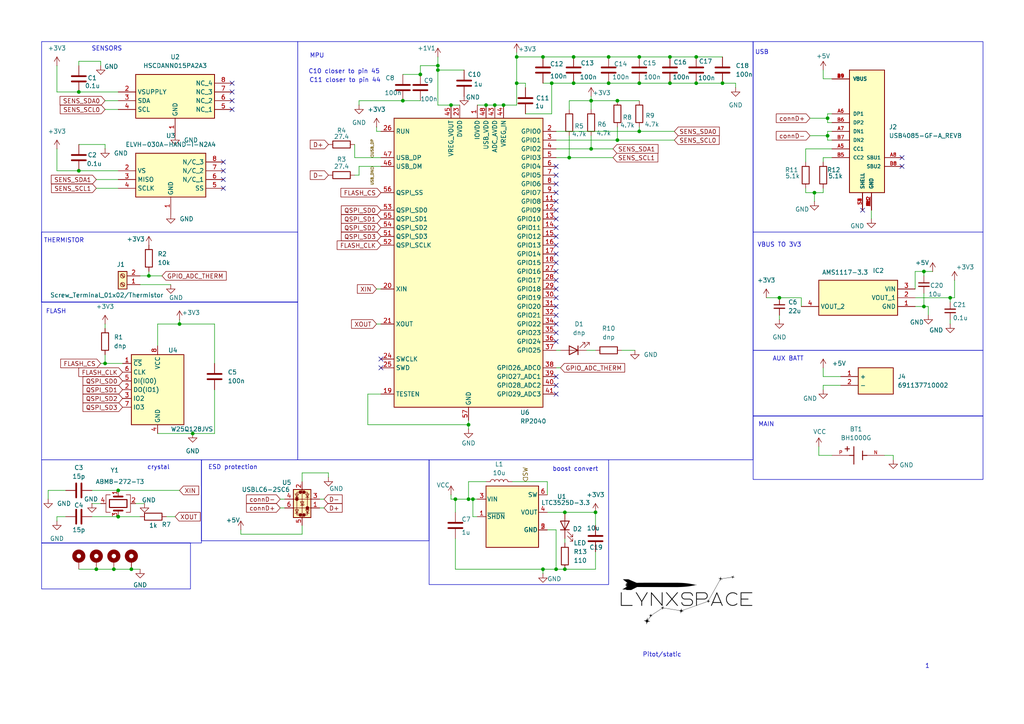
<source format=kicad_sch>
(kicad_sch (version 20250114) (generator "eeschema") (generator_version "9.0")
  (paper "A4")
  (lib_symbols
    (symbol "BH1000G:BH1000G" (pin_names (offset 1.016))
      (property "Reference" "BT" (at -3.81 3.81 0))
      (property "Value" "BH1000G" (at -3.81 -5.08 0))
      (symbol "BH1000G_0_0"
        (pin passive line (at -7.62 0 0) (length 5.08) (name "~") (number "P"))
        (pin passive line (at 7.62 0 180) (length 5.08) (name "~") (number "N"))
      )
    )
    (symbol "Connector:Screw_Terminal_01x02" (pin_names (offset 1.016) (hide yes))
      (property "Reference" "J" (at 0 2.54 0))
      (property "Value" "Screw_Terminal_01x02" (at 0 -5.08 0))
      (symbol "Screw_Terminal_01x02_1_1"
        (pin passive line (at -5.08 0 0) (length 3.81) (name "Pin_1") (number "1"))
        (pin passive line (at -5.08 -2.54 0) (length 3.81) (name "Pin_2") (number "2"))
      )
    )
    (symbol "Device:C" (pin_numbers (hide yes)) (pin_names (offset 0.254))
      (property "Reference" "C" (at 0.635 2.54 0))
      (property "Value" "C" (at 0.635 -2.54 0))
      (symbol "C_1_1"
        (pin passive line (at 0 3.81 270) (length 2.794) (name "~") (number "1"))
        (pin passive line (at 0 -3.81 90) (length 2.794) (name "~") (number "2"))
      )
    )
    (symbol "Device:C_Small" (pin_numbers (hide yes)) (pin_names (offset 0.254) (hide yes))
      (property "Reference" "C" (at 0.254 1.778 0))
      (property "Value" "C_Small" (at 0.254 -2.032 0))
      (symbol "C_Small_1_1"
        (pin passive line (at 0 2.54 270) (length 2.032) (name "~") (number "1"))
        (pin passive line (at 0 -2.54 90) (length 2.032) (name "~") (number "2"))
      )
    )
    (symbol "Device:Crystal_GND24" (pin_names (offset 1.016) (hide yes))
      (property "Reference" "Y" (at 3.175 5.08 0))
      (property "Value" "Crystal_GND24" (at 3.175 3.175 0))
      (symbol "Crystal_GND24_1_1"
        (pin passive line (at -3.81 0 0) (length 1.27) (name "1") (number "1"))
        (pin passive line (at 0 5.08 270) (length 1.27) (name "2") (number "2"))
        (pin passive line (at 0 -5.08 90) (length 1.27) (name "4") (number "4"))
        (pin passive line (at 3.81 0 180) (length 1.27) (name "3") (number "3"))
      )
    )
    (symbol "Device:L" (pin_numbers (hide yes)) (pin_names (offset 1.016) (hide yes))
      (property "Reference" "L" (at -1.27 0 90))
      (property "Value" "L" (at 1.905 0 90))
      (symbol "L_1_1"
        (pin passive line (at 0 3.81 270) (length 1.27) (name "1") (number "1"))
        (pin passive line (at 0 -3.81 90) (length 1.27) (name "2") (number "2"))
      )
    )
    (symbol "Device:LED" (pin_numbers (hide yes)) (pin_names (offset 1.016) (hide yes))
      (property "Reference" "D" (at 0 2.54 0))
      (property "Value" "LED" (at 0 -2.54 0))
      (symbol "LED_1_1"
        (pin passive line (at -3.81 0 0) (length 2.54) (name "K") (number "1"))
        (pin passive line (at 3.81 0 180) (length 2.54) (name "A") (number "2"))
      )
    )
    (symbol "Device:R" (pin_numbers (hide yes)) (pin_names (offset 0))
      (property "Reference" "R" (at 2.032 0 90))
      (property "Value" "R" (at 0 0 90))
      (symbol "R_1_1"
        (pin passive line (at 0 3.81 270) (length 1.27) (name "~") (number "1"))
        (pin passive line (at 0 -3.81 90) (length 1.27) (name "~") (number "2"))
      )
    )
    (symbol "HSCDANN015PA2A3_1"
      (property "Reference" "U2" (at 16.51 7.62 0))
      (property "Value" "HSCDANN015PA2A3" (at 16.51 5.08 0))
      (symbol "HSCDANN015PA2A3_1_1_1"
        (pin passive line (at 0 -2.54 0) (length 5.08) (name "VSUPPLY") (number "2"))
        (pin passive line (at 0 -5.08 0) (length 5.08) (name "SDA") (number "3"))
        (pin passive line (at 0 -7.62 0) (length 5.08) (name "SCL") (number "4"))
        (pin passive line (at 16.51 -15.24 90) (length 5.08) (name "GND") (number "1"))
        (pin passive line (at 33.02 0 180) (length 5.08) (name "NC_4") (number "8"))
        (pin passive line (at 33.02 -2.54 180) (length 5.08) (name "NC_3") (number "7"))
        (pin passive line (at 33.02 -5.08 180) (length 5.08) (name "NC_2") (number "6"))
        (pin passive line (at 33.02 -7.62 180) (length 5.08) (name "NC_1") (number "5"))
      )
    )
    (symbol "MCU_RaspberryPi:RP2040"
      (property "Reference" "U" (at 17.78 45.72 0))
      (property "Value" "RP2040" (at 17.78 43.18 0))
      (symbol "RP2040_1_1"
        (pin input line (at -25.4 38.1 0) (length 3.81) (name "RUN") (number "26"))
        (pin bidirectional line (at -25.4 30.48 0) (length 3.81) (name "USB_DP") (number "47"))
        (pin bidirectional line (at -25.4 27.94 0) (length 3.81) (name "USB_DM") (number "46"))
        (pin bidirectional line (at -25.4 20.32 0) (length 3.81) (name "QSPI_SS") (number "56"))
        (pin bidirectional line (at -25.4 15.24 0) (length 3.81) (name "QSPI_SD0") (number "53"))
        (pin bidirectional line (at -25.4 12.7 0) (length 3.81) (name "QSPI_SD1") (number "55"))
        (pin bidirectional line (at -25.4 10.16 0) (length 3.81) (name "QSPI_SD2") (number "54"))
        (pin bidirectional line (at -25.4 7.62 0) (length 3.81) (name "QSPI_SD3") (number "51"))
        (pin output line (at -25.4 5.08 0) (length 3.81) (name "QSPI_SCLK") (number "52"))
        (pin input line (at -25.4 -7.62 0) (length 3.81) (name "XIN") (number "20"))
        (pin passive line (at -25.4 -17.78 0) (length 3.81) (name "XOUT") (number "21"))
        (pin input line (at -25.4 -27.94 0) (length 3.81) (name "SWCLK") (number "24"))
        (pin bidirectional line (at -25.4 -30.48 0) (length 3.81) (name "SWD") (number "25"))
        (pin input line (at -25.4 -38.1 0) (length 3.81) (name "TESTEN") (number "19"))
        (pin power_out line (at -5.08 45.72 270) (length 3.81) (name "VREG_VOUT") (number "45"))
        (pin power_in line (at -2.54 45.72 270) (length 3.81) (name "DVDD") (number "23"))
        (pin passive line (at -2.54 45.72 270) (length 3.81) (hide yes) (name "DVDD") (number "50"))
        (pin power_in line (at 0 -45.72 90) (length 3.81) (name "GND") (number "57"))
        (pin power_in line (at 2.54 45.72 270) (length 3.81) (name "IOVDD") (number "1"))
        (pin passive line (at 2.54 45.72 270) (length 3.81) (hide yes) (name "IOVDD") (number "10"))
        (pin passive line (at 2.54 45.72 270) (length 3.81) (hide yes) (name "IOVDD") (number "22"))
        (pin passive line (at 2.54 45.72 270) (length 3.81) (hide yes) (name "IOVDD") (number "33"))
        (pin passive line (at 2.54 45.72 270) (length 3.81) (hide yes) (name "IOVDD") (number "42"))
        (pin passive line (at 2.54 45.72 270) (length 3.81) (hide yes) (name "IOVDD") (number "49"))
        (pin power_in line (at 5.08 45.72 270) (length 3.81) (name "USB_VDD") (number "48"))
        (pin power_in line (at 7.62 45.72 270) (length 3.81) (name "ADC_AVDD") (number "43"))
        (pin power_in line (at 10.16 45.72 270) (length 3.81) (name "VREG_IN") (number "44"))
        (pin bidirectional line (at 25.4 38.1 180) (length 3.81) (name "GPIO0") (number "2"))
        (pin bidirectional line (at 25.4 35.56 180) (length 3.81) (name "GPIO1") (number "3"))
        (pin bidirectional line (at 25.4 33.02 180) (length 3.81) (name "GPIO2") (number "4"))
        (pin bidirectional line (at 25.4 30.48 180) (length 3.81) (name "GPIO3") (number "5"))
        (pin bidirectional line (at 25.4 27.94 180) (length 3.81) (name "GPIO4") (number "6"))
        (pin bidirectional line (at 25.4 25.4 180) (length 3.81) (name "GPIO5") (number "7"))
        (pin bidirectional line (at 25.4 22.86 180) (length 3.81) (name "GPIO6") (number "8"))
        (pin bidirectional line (at 25.4 20.32 180) (length 3.81) (name "GPIO7") (number "9"))
        (pin bidirectional line (at 25.4 17.78 180) (length 3.81) (name "GPIO8") (number "11"))
        (pin bidirectional line (at 25.4 15.24 180) (length 3.81) (name "GPIO9") (number "12"))
        (pin bidirectional line (at 25.4 12.7 180) (length 3.81) (name "GPIO10") (number "13"))
        (pin bidirectional line (at 25.4 10.16 180) (length 3.81) (name "GPIO11") (number "14"))
        (pin bidirectional line (at 25.4 7.62 180) (length 3.81) (name "GPIO12") (number "15"))
        (pin bidirectional line (at 25.4 5.08 180) (length 3.81) (name "GPIO13") (number "16"))
        (pin bidirectional line (at 25.4 2.54 180) (length 3.81) (name "GPIO14") (number "17"))
        (pin bidirectional line (at 25.4 0 180) (length 3.81) (name "GPIO15") (number "18"))
        (pin bidirectional line (at 25.4 -2.54 180) (length 3.81) (name "GPIO16") (number "27"))
        (pin bidirectional line (at 25.4 -5.08 180) (length 3.81) (name "GPIO17") (number "28"))
        (pin bidirectional line (at 25.4 -7.62 180) (length 3.81) (name "GPIO18") (number "29"))
        (pin bidirectional line (at 25.4 -10.16 180) (length 3.81) (name "GPIO19") (number "30"))
        (pin bidirectional line (at 25.4 -12.7 180) (length 3.81) (name "GPIO20") (number "31"))
        (pin bidirectional line (at 25.4 -15.24 180) (length 3.81) (name "GPIO21") (number "32"))
        (pin bidirectional line (at 25.4 -17.78 180) (length 3.81) (name "GPIO22") (number "34"))
        (pin bidirectional line (at 25.4 -20.32 180) (length 3.81) (name "GPIO23") (number "35"))
        (pin bidirectional line (at 25.4 -22.86 180) (length 3.81) (name "GPIO24") (number "36"))
        (pin bidirectional line (at 25.4 -25.4 180) (length 3.81) (name "GPIO25") (number "37"))
        (pin bidirectional line (at 25.4 -30.48 180) (length 3.81) (name "GPIO26_ADC0") (number "38"))
        (pin bidirectional line (at 25.4 -33.02 180) (length 3.81) (name "GPIO27_ADC1") (number "39"))
        (pin bidirectional line (at 25.4 -35.56 180) (length 3.81) (name "GPIO28_ADC2") (number "40"))
        (pin bidirectional line (at 25.4 -38.1 180) (length 3.81) (name "GPIO29_ADC3") (number "41"))
      )
    )
    (symbol "Mechanical:MountingHole_Pad_MP" (pin_numbers (hide yes)) (pin_names (offset 1.016) (hide yes)) (exclude_from_sim yes) (in_bom no)
      (symbol "MountingHole_Pad_MP_1_1"
        (pin input line (at 0 -2.54 90) (length 2.54) (name "MP") (number "1"))
      )
    )
    (symbol "Memory_Flash:W25Q128JVS"
      (property "Reference" "U" (at -8.89 8.89 0))
      (property "Value" "W25Q128JVS" (at 7.62 8.89 0))
      (symbol "W25Q128JVS_1_1"
        (pin input line (at -10.16 7.62 0) (length 2.54) (name "~{CS}") (number "1"))
        (pin input line (at -10.16 5.08 0) (length 2.54) (name "CLK") (number "6"))
        (pin bidirectional line (at -10.16 2.54 0) (length 2.54) (name "DI(IO0)") (number "5"))
        (pin bidirectional line (at -10.16 0 0) (length 2.54) (name "DO(IO1)") (number "2"))
        (pin bidirectional line (at -10.16 -2.54 0) (length 2.54) (name "IO2") (number "3"))
        (pin bidirectional line (at -10.16 -5.08 0) (length 2.54) (name "IO3") (number "7"))
        (pin power_in line (at 0 12.7 270) (length 2.54) (name "VCC") (number "8"))
        (pin power_in line (at 0 -12.7 90) (length 2.54) (name "GND") (number "4"))
      )
    )
    (symbol "MountingHole_Pad_MP_1" (pin_numbers (hide yes)) (pin_names (offset 1.016) (hide yes)) (exclude_from_sim yes) (in_bom no)
      (symbol "MountingHole_Pad_MP_1_1_1"
        (pin input line (at 0 -2.54 90) (length 2.54) (name "MP") (number "1"))
      )
    )
    (symbol "MountingHole_Pad_MP_2" (pin_numbers (hide yes)) (pin_names (offset 1.016) (hide yes)) (exclude_from_sim yes) (in_bom no)
      (symbol "MountingHole_Pad_MP_2_1_1"
        (pin input line (at 0 -2.54 90) (length 2.54) (name "MP") (number "1"))
      )
    )
    (symbol "MountingHole_Pad_MP_3" (pin_numbers (hide yes)) (pin_names (offset 1.016) (hide yes)) (exclude_from_sim yes) (in_bom no)
      (symbol "MountingHole_Pad_MP_3_1_1"
        (pin input line (at 0 -2.54 90) (length 2.54) (name "MP") (number "1"))
      )
    )
    (symbol "Power_Protection:USBLC6-2SC6" (pin_names (hide yes))
      (property "Reference" "U" (at 0.635 5.715 0))
      (property "Value" "USBLC6-2SC6" (at 0.635 3.81 0))
      (symbol "USBLC6-2SC6_1_1"
        (pin passive line (at -5.08 0 0) (length 2.54) (name "I/O1") (number "1"))
        (pin passive line (at -5.08 -2.54 0) (length 2.54) (name "I/O2") (number "3"))
        (pin passive line (at 0 5.08 270) (length 2.54) (name "VBUS") (number "5"))
        (pin passive line (at 0 -7.62 90) (length 2.54) (name "GND") (number "2"))
        (pin passive line (at 5.08 0 180) (length 2.54) (name "I/O1") (number "6"))
        (pin passive line (at 5.08 -2.54 180) (length 2.54) (name "I/O2") (number "4"))
      )
    )
    (symbol "Regulator_Switching:LTC3525D-3.3" (pin_names (offset 0.254))
      (property "Reference" "U1" (at 13.208 1.778 0))
      (property "Value" "LTC3525D-3.3" (at 9.144 0 0))
      (symbol "LTC3525D-3.3_1_1"
        (pin power_in line (at -10.16 1.27 0) (length 2.54) (name "VIN") (number "3"))
        (pin input line (at -10.16 -3.81 0) (length 2.54) (name "~{SHDN}") (number "1"))
        (pin input line (at 10.16 2.54 180) (length 2.54) (name "SW") (number "6"))
        (pin power_out line (at 10.16 -2.54 180) (length 2.54) (name "VOUT") (number "4"))
        (pin power_in line (at 10.16 -7.62 180) (length 2.54) (name "GND") (number "2"))
        (pin power_in line (at 10.16 -7.62 180) (length 2.54) (name "GND") (number "5"))
      )
    )
    (symbol "SamacSys_Parts:691137710002"
      (property "Reference" "J4" (at 16.51 0.0001 0))
      (property "Value" "691137710002" (at 16.51 -2.5399 0))
      (symbol "691137710002_1_1"
        (pin passive line (at 0 0 0) (length 5.08) (name "+") (number "1"))
        (pin passive line (at 0 -2.54 0) (length 5.08) (name "-") (number "2"))
      )
    )
    (symbol "SamacSys_Parts:AMS1117-3.3"
      (property "Reference" "IC" (at 29.21 7.62 0))
      (property "Value" "AMS1117-3.3" (at 29.21 5.08 0))
      (symbol "AMS1117-3.3_1_1"
        (pin passive line (at 0 0 0) (length 5.08) (name "GND") (number "1"))
        (pin passive line (at 0 -2.54 0) (length 5.08) (name "VOUT_1") (number "2"))
        (pin passive line (at 0 -5.08 0) (length 5.08) (name "VIN") (number "3"))
        (pin passive line (at 33.02 0 180) (length 5.08) (name "VOUT_2") (number "4"))
      )
    )
    (symbol "SamacSys_Parts:ELVH-030G-HAND-C-PSA4"
      (property "Reference" "U7" (at 15.24 6.35 0))
      (property "Value" "ELVH-030G-HAND-C-PSA4" (at 15.24 3.81 0))
      (symbol "ELVH-030G-HAND-C-PSA4_1_1"
        (pin passive line (at 0 -2.54 0) (length 5.08) (name "VS") (number "2"))
        (pin passive line (at 0 -5.08 0) (length 5.08) (name "MISO") (number "3"))
        (pin passive line (at 0 -7.62 0) (length 5.08) (name "SCLK") (number "4"))
        (pin passive line (at 15.24 -15.24 90) (length 5.08) (name "GND") (number "1"))
        (pin passive line (at 30.48 0 180) (length 5.08) (name "N/C_3") (number "8"))
        (pin passive line (at 30.48 -2.54 180) (length 5.08) (name "N/C_2") (number "7"))
        (pin passive line (at 30.48 -5.08 180) (length 5.08) (name "N/C_1") (number "6"))
        (pin passive line (at 30.48 -7.62 180) (length 5.08) (name "SS") (number "5"))
      )
    )
    (symbol "USB4085-GF-A_REVB:USB4085-GF-A_REVB" (pin_names (offset 1.016))
      (property "Reference" "J2" (at 6.35 1.2701 0))
      (property "Value" "USB4085-GF-A_REVB" (at 6.35 -1.2699 0))
      (symbol "USB4085-GF-A_REVB_0_0"
        (pin power_in line (at -10.16 15.24 0) (length 5.08) (name "VBUS") (number "A4"))
        (pin power_in line (at -10.16 15.24 0) (length 5.08) (name "VBUS") (number "A9"))
        (pin power_in line (at -10.16 15.24 0) (length 5.08) (name "VBUS") (number "B4"))
        (pin power_in line (at -10.16 15.24 0) (length 5.08) (name "VBUS") (number "B9"))
        (pin bidirectional line (at -10.16 5.08 0) (length 5.08) (name "DP1") (number "A6"))
        (pin bidirectional line (at -10.16 2.54 0) (length 5.08) (name "DP2") (number "B6"))
        (pin bidirectional line (at -10.16 0 0) (length 5.08) (name "DN1") (number "A7"))
        (pin bidirectional line (at -10.16 -2.54 0) (length 5.08) (name "DN2") (number "B7"))
        (pin bidirectional line (at -10.16 -5.08 0) (length 5.08) (name "CC1") (number "A5"))
        (pin bidirectional line (at -10.16 -7.62 0) (length 5.08) (name "CC2") (number "B5"))
        (pin passive line (at -1.27 -22.86 90) (length 5.08) (name "SHELL") (number "S1"))
        (pin passive line (at -1.27 -22.86 90) (length 5.08) (name "SHELL") (number "S2"))
        (pin passive line (at -1.27 -22.86 90) (length 5.08) (name "SHELL") (number "S3"))
        (pin passive line (at -1.27 -22.86 90) (length 5.08) (name "SHELL") (number "S4"))
        (pin power_in line (at 1.27 -22.86 90) (length 5.08) (name "GND") (number "A1"))
        (pin power_in line (at 1.27 -22.86 90) (length 5.08) (name "GND") (number "A12"))
        (pin power_in line (at 1.27 -22.86 90) (length 5.08) (name "GND") (number "B1"))
        (pin power_in line (at 1.27 -22.86 90) (length 5.08) (name "GND") (number "B12"))
        (pin bidirectional line (at 10.16 -7.62 180) (length 5.08) (name "SBU1") (number "A8"))
        (pin bidirectional line (at 10.16 -10.16 180) (length 5.08) (name "SBU2") (number "B8"))
      )
    )
    (symbol "power:+1V1" (power) (pin_numbers (hide yes)) (pin_names (offset 0) (hide yes))
      (property "Value" "+1V1" (at 0 3.556 0))
      (symbol "+1V1_1_1"
        (pin power_in line (at 0 0 90) (length 0) (name "~") (number "1"))
      )
    )
    (symbol "power:+3V3" (power) (pin_numbers (hide yes)) (pin_names (offset 0) (hide yes))
      (property "Value" "+3V3" (at 0 3.556 0))
      (symbol "+3V3_1_1"
        (pin power_in line (at 0 0 90) (length 0) (name "~") (number "1"))
      )
    )
    (symbol "power:+5V" (power) (pin_numbers (hide yes)) (pin_names (offset 0) (hide yes))
      (property "Value" "+5V" (at 0 3.556 0))
      (symbol "+5V_1_1"
        (pin power_in line (at 0 0 90) (length 0) (name "~") (number "1"))
      )
    )
    (symbol "power:GND" (power) (pin_numbers (hide yes)) (pin_names (offset 0) (hide yes))
      (property "Value" "GND" (at 0 -3.81 0))
      (symbol "GND_1_1"
        (pin power_in line (at 0 0 270) (length 0) (name "~") (number "1"))
      )
    )
    (symbol "power:VCC" (power) (pin_numbers (hide yes)) (pin_names (offset 0) (hide yes))
      (property "Value" "VCC" (at 0 3.556 0))
      (symbol "VCC_1_1"
        (pin power_in line (at 0 0 90) (length 0) (name "~") (number "1"))
      )
    )
  )
  (rectangle (start 12.065 12.065) (end 86.36 87.63))
  (rectangle (start 218.44 120.65) (end 285.115 139.065))
  (rectangle (start 12.065 67.31) (end 86.36 87.63))
  (rectangle (start 86.36 12.065) (end 218.44 133.35))
  (rectangle (start 218.44 101.6) (end 285.115 120.65))
  (rectangle (start 58.42 133.35) (end 124.46 156.845))
  (rectangle (start 124.46 133.35) (end 176.53 169.545))
  (rectangle (start 12.065 87.63) (end 86.36 133.35))
  (rectangle (start 218.44 12.065) (end 285.115 101.6))
  (rectangle (start 12.065 133.35) (end 58.42 157.48))
  (rectangle (start 12.065 157.48) (end 55.245 170.815))
  (text "1" (at 268.986 193.294 0) (effects (font (size 1.27 1.27))))
  (text "THERMISTOR" (at 18.542 69.85 0) (effects (font (size 1.27 1.27))))
  (text "SENSORS" (at 30.988 14.224 0) (effects (font (size 1.27 1.27))))
  (text "C11 closer to pin 44" (at 100.076 23.368 0) (effects (font (size 1.27 1.27))))
  (text "FLASH" (at 16.256 90.424 0) (effects (font (size 1.27 1.27))))
  (text "C10 closer to pin 45" (at 99.822 20.828 0) (effects (font (size 1.27 1.27))))
  (text "VBUS TO 3V3" (at 226.06 71.12 0) (effects (font (size 1.27 1.27))))
  (text "USB" (at 220.98 15.24 0) (effects (font (size 1.27 1.27))))
  (text "MAIN\n" (at 222.25 123.19 0) (effects (font (size 1.27 1.27))))
  (text "MPU" (at 91.948 16.256 0) (effects (font (size 1.27 1.27))))
  (text "Pitot/static" (at 192.024 189.992 0) (effects (font (size 1.27 1.27))))
  (text "boost convert" (at 166.878 136.144 0) (effects (font (size 1.27 1.27))))
  (text "ESD protection" (at 67.564 135.636 0) (effects (font (size 1.27 1.27))))
  (text "AUX BATT" (at 228.6 104.14 0) (effects (font (size 1.27 1.27))))
  (text "crystal" (at 45.974 135.636 0) (effects (font (size 1.27 1.27))))
  (junction (at 27.94 165.1))
  (junction (at 185.42 24.13))
  (junction (at 132.08 144.78))
  (junction (at 149.86 16.51))
  (junction (at 34.29 149.86))
  (junction (at 161.29 165.1))
  (junction (at 176.53 16.51))
  (junction (at 236.22 55.88))
  (junction (at 176.53 24.13))
  (junction (at 55.88 125.73))
  (junction (at 172.72 148.59))
  (junction (at 165.1 45.72))
  (junction (at 52.07 93.98))
  (junction (at 33.02 165.1))
  (junction (at 226.06 86.36))
  (junction (at 267.97 88.9))
  (junction (at 22.86 49.53))
  (junction (at 194.31 16.51))
  (junction (at 163.83 148.59))
  (junction (at 135.89 123.19))
  (junction (at 240.03 39.37))
  (junction (at 163.83 165.1))
  (junction (at 166.37 24.13))
  (junction (at 140.97 30.48))
  (junction (at 185.42 38.1))
  (junction (at 201.93 16.51))
  (junction (at 34.29 142.24))
  (junction (at 275.59 86.36))
  (junction (at 116.84 29.21))
  (junction (at 160.02 24.13))
  (junction (at 179.07 40.64))
  (junction (at 240.03 34.29))
  (junction (at 22.86 26.67))
  (junction (at 121.92 21.59))
  (junction (at 135.89 144.78))
  (junction (at 209.55 24.13))
  (junction (at 137.16 144.78))
  (junction (at 267.97 78.74))
  (junction (at 157.48 16.51))
  (junction (at 130.81 30.48))
  (junction (at 127 20.32))
  (junction (at 166.37 16.51))
  (junction (at 171.45 43.18))
  (junction (at 194.31 24.13))
  (junction (at 185.42 16.51))
  (junction (at 146.05 30.48))
  (junction (at 157.48 165.1))
  (junction (at 179.07 29.21))
  (junction (at 127 19.05))
  (junction (at 149.86 24.13))
  (junction (at 201.93 24.13))
  (junction (at 143.51 30.48))
  (junction (at 43.18 80.01))
  (junction (at 171.45 29.21))
  (junction (at 38.1 165.1))
  (junction (at 30.48 105.41))
  (no_connect (at 161.29 91.44))
  (no_connect (at 64.77 49.53))
  (no_connect (at 161.29 58.42))
  (no_connect (at 67.31 31.75))
  (no_connect (at 161.29 99.06))
  (no_connect (at 161.29 86.36))
  (no_connect (at 110.49 106.68))
  (no_connect (at 161.29 55.88))
  (no_connect (at 161.29 81.28))
  (no_connect (at 161.29 76.2))
  (no_connect (at 161.29 83.82))
  (no_connect (at 161.29 71.12))
  (no_connect (at 161.29 114.3))
  (no_connect (at 67.31 29.21))
  (no_connect (at 161.29 96.52))
  (no_connect (at 161.29 109.22))
  (no_connect (at 161.29 48.26))
  (no_connect (at 161.29 93.98))
  (no_connect (at 161.29 50.8))
  (no_connect (at 161.29 73.66))
  (no_connect (at 110.49 104.14))
  (no_connect (at 64.77 54.61))
  (no_connect (at 161.29 88.9))
  (no_connect (at 161.29 111.76))
  (no_connect (at 161.29 68.58))
  (no_connect (at 250.19 60.96))
  (no_connect (at 261.62 48.26))
  (no_connect (at 261.62 45.72))
  (no_connect (at 161.29 78.74))
  (no_connect (at 161.29 63.5))
  (no_connect (at 64.77 52.07))
  (no_connect (at 161.29 66.04))
  (no_connect (at 161.29 53.34))
  (no_connect (at 64.77 46.99))
  (no_connect (at 67.31 26.67))
  (no_connect (at 67.31 24.13))
  (no_connect (at 161.29 60.96))
  (wire (pts (xy 116.84 29.21) (xy 104.14 29.21)))
  (wire (pts (xy 152.4 33.02) (xy 160.02 33.02)))
  (wire (pts (xy 132.08 165.1) (xy 157.48 165.1)))
  (wire (pts (xy 226.06 86.36) (xy 232.41 86.36)))
  (wire (pts (xy 43.18 78.74) (xy 43.18 80.01)))
  (wire (pts (xy 236.22 58.42) (xy 236.22 55.88)))
  (wire (pts (xy 157.48 24.13) (xy 160.02 24.13)))
  (wire (pts (xy 106.68 114.3) (xy 106.68 123.19)))
  (wire (pts (xy 179.07 40.64) (xy 195.58 40.64)))
  (wire (pts (xy 33.02 165.1) (xy 38.1 165.1)))
  (wire (pts (xy 241.3 43.18) (xy 233.68 43.18)))
  (wire (pts (xy 240.03 38.1) (xy 240.03 39.37)))
  (wire (pts (xy 41.91 146.05) (xy 39.37 146.05)))
  (wire (pts (xy 13.97 142.24) (xy 13.97 144.78)))
  (wire (pts (xy 201.93 24.13) (xy 209.55 24.13)))
  (wire (pts (xy 104.14 29.21) (xy 104.14 30.48)))
  (wire (pts (xy 161.29 45.72) (xy 165.1 45.72)))
  (wire (pts (xy 158.75 143.51) (xy 158.75 139.7)))
  (wire (pts (xy 238.76 111.76) (xy 243.84 111.76)))
  (wire (pts (xy 240.03 33.02) (xy 240.03 34.29)))
  (wire (pts (xy 38.1 165.1) (xy 40.64 165.1)))
  (wire (pts (xy 275.59 93.98) (xy 275.59 92.71)))
  (wire (pts (xy 238.76 46.99) (xy 238.76 45.72)))
  (wire (pts (xy 130.81 144.78) (xy 132.08 144.78)))
  (wire (pts (xy 179.07 29.21) (xy 185.42 29.21)))
  (wire (pts (xy 267.97 85.09) (xy 267.97 88.9)))
  (wire (pts (xy 62.23 113.03) (xy 62.23 125.73)))
  (wire (pts (xy 69.85 154.94) (xy 87.63 154.94)))
  (wire (pts (xy 240.03 40.64) (xy 241.3 40.64)))
  (wire (pts (xy 87.63 154.94) (xy 87.63 152.4)))
  (wire (pts (xy 22.86 17.78) (xy 22.86 19.05)))
  (wire (pts (xy 26.67 142.24) (xy 34.29 142.24)))
  (wire (pts (xy 179.07 36.83) (xy 179.07 40.64)))
  (wire (pts (xy 166.37 16.51) (xy 176.53 16.51)))
  (wire (pts (xy 161.29 165.1) (xy 163.83 165.1)))
  (wire (pts (xy 27.94 52.07) (xy 34.29 52.07)))
  (wire (pts (xy 170.18 101.6) (xy 172.72 101.6)))
  (wire (pts (xy 171.45 29.21) (xy 171.45 31.75)))
  (wire (pts (xy 166.37 24.13) (xy 176.53 24.13)))
  (wire (pts (xy 43.18 80.01) (xy 46.99 80.01)))
  (wire (pts (xy 176.53 16.51) (xy 185.42 16.51)))
  (wire (pts (xy 30.48 31.75) (xy 34.29 31.75)))
  (wire (pts (xy 161.29 43.18) (xy 171.45 43.18)))
  (wire (pts (xy 137.16 144.78) (xy 138.43 144.78)))
  (wire (pts (xy 27.94 54.61) (xy 34.29 54.61)))
  (wire (pts (xy 110.49 38.1) (xy 109.22 38.1)))
  (wire (pts (xy 30.48 43.18) (xy 30.48 41.91)))
  (wire (pts (xy 81.28 144.78) (xy 82.55 144.78)))
  (wire (pts (xy 140.97 139.7) (xy 135.89 139.7)))
  (wire (pts (xy 267.97 80.01) (xy 267.97 78.74)))
  (wire (pts (xy 259.08 132.08) (xy 256.54 132.08)))
  (wire (pts (xy 40.64 149.86) (xy 34.29 149.86)))
  (wire (pts (xy 102.87 45.72) (xy 102.87 41.91)))
  (wire (pts (xy 149.86 16.51) (xy 149.86 15.24)))
  (wire (pts (xy 30.48 29.21) (xy 34.29 29.21)))
  (wire (pts (xy 104.14 48.26) (xy 110.49 48.26)))
  (wire (pts (xy 165.1 29.21) (xy 171.45 29.21)))
  (wire (pts (xy 143.51 30.48) (xy 146.05 30.48)))
  (wire (pts (xy 22.86 49.53) (xy 16.51 49.53)))
  (wire (pts (xy 158.75 153.67) (xy 161.29 153.67)))
  (wire (pts (xy 62.23 105.41) (xy 62.23 93.98)))
  (wire (pts (xy 233.68 43.18) (xy 233.68 46.99)))
  (wire (pts (xy 135.89 123.19) (xy 135.89 121.92)))
  (wire (pts (xy 43.18 80.01) (xy 40.64 80.01)))
  (wire (pts (xy 185.42 36.83) (xy 185.42 38.1)))
  (wire (pts (xy 226.06 92.71) (xy 226.06 91.44)))
  (wire (pts (xy 160.02 24.13) (xy 166.37 24.13)))
  (wire (pts (xy 265.43 88.9) (xy 267.97 88.9)))
  (wire (pts (xy 30.48 105.41) (xy 35.56 105.41)))
  (wire (pts (xy 132.08 148.59) (xy 132.08 144.78)))
  (wire (pts (xy 16.51 149.86) (xy 16.51 151.13)))
  (wire (pts (xy 26.67 146.05) (xy 29.21 146.05)))
  (wire (pts (xy 109.22 38.1) (xy 109.22 36.83)))
  (wire (pts (xy 234.95 34.29) (xy 240.03 34.29)))
  (wire (pts (xy 81.28 147.32) (xy 82.55 147.32)))
  (wire (pts (xy 172.72 152.4) (xy 172.72 148.59)))
  (wire (pts (xy 22.86 26.67) (xy 16.51 26.67)))
  (wire (pts (xy 104.14 50.8) (xy 104.14 48.26)))
  (wire (pts (xy 130.81 30.48) (xy 127 30.48)))
  (wire (pts (xy 180.34 101.6) (xy 184.15 101.6)))
  (wire (pts (xy 137.16 149.86) (xy 138.43 149.86)))
  (wire (pts (xy 240.03 40.64) (xy 240.03 39.37)))
  (wire (pts (xy 238.76 45.72) (xy 241.3 45.72)))
  (wire (pts (xy 45.72 93.98) (xy 45.72 100.33)))
  (wire (pts (xy 87.63 137.16) (xy 87.63 139.7)))
  (wire (pts (xy 130.81 144.78) (xy 130.81 143.51)))
  (wire (pts (xy 93.98 144.78) (xy 92.71 144.78)))
  (wire (pts (xy 157.48 166.37) (xy 157.48 165.1)))
  (wire (pts (xy 177.8 45.72) (xy 165.1 45.72)))
  (wire (pts (xy 240.03 33.02) (xy 241.3 33.02)))
  (wire (pts (xy 238.76 109.22) (xy 243.84 109.22)))
  (wire (pts (xy 52.07 142.24) (xy 34.29 142.24)))
  (wire (pts (xy 106.68 123.19) (xy 135.89 123.19)))
  (wire (pts (xy 177.8 43.18) (xy 171.45 43.18)))
  (wire (pts (xy 93.98 147.32) (xy 92.71 147.32)))
  (wire (pts (xy 240.03 38.1) (xy 241.3 38.1)))
  (wire (pts (xy 161.29 40.64) (xy 179.07 40.64)))
  (wire (pts (xy 276.86 81.28) (xy 276.86 86.36)))
  (wire (pts (xy 194.31 16.51) (xy 201.93 16.51)))
  (wire (pts (xy 236.22 55.88) (xy 238.76 55.88)))
  (wire (pts (xy 127 20.32) (xy 127 30.48)))
  (wire (pts (xy 238.76 54.61) (xy 238.76 55.88)))
  (wire (pts (xy 127 19.05) (xy 127 16.51)))
  (wire (pts (xy 50.8 149.86) (xy 48.26 149.86)))
  (wire (pts (xy 157.48 16.51) (xy 166.37 16.51)))
  (wire (pts (xy 233.68 55.88) (xy 236.22 55.88)))
  (wire (pts (xy 121.92 21.59) (xy 116.84 21.59)))
  (wire (pts (xy 161.29 38.1) (xy 185.42 38.1)))
  (wire (pts (xy 149.86 16.51) (xy 149.86 24.13)))
  (wire (pts (xy 252.73 60.96) (xy 252.73 63.5)))
  (wire (pts (xy 265.43 86.36) (xy 275.59 86.36)))
  (wire (pts (xy 30.48 102.87) (xy 30.48 105.41)))
  (wire (pts (xy 213.36 24.13) (xy 213.36 25.4)))
  (wire (pts (xy 172.72 148.59) (xy 163.83 148.59)))
  (wire (pts (xy 95.25 137.16) (xy 87.63 137.16)))
  (wire (pts (xy 259.08 133.35) (xy 259.08 132.08)))
  (wire (pts (xy 238.76 22.86) (xy 241.3 22.86)))
  (wire (pts (xy 104.14 50.8) (xy 102.87 50.8)))
  (wire (pts (xy 146.05 30.48) (xy 149.86 30.48)))
  (wire (pts (xy 135.89 144.78) (xy 137.16 144.78)))
  (wire (pts (xy 52.07 93.98) (xy 62.23 93.98)))
  (wire (pts (xy 140.97 30.48) (xy 143.51 30.48)))
  (wire (pts (xy 110.49 114.3) (xy 106.68 114.3)))
  (wire (pts (xy 162.56 106.68) (xy 161.29 106.68)))
  (wire (pts (xy 127 20.32) (xy 134.62 20.32)))
  (wire (pts (xy 269.24 91.44) (xy 269.24 88.9)))
  (wire (pts (xy 95.25 138.43) (xy 95.25 137.16)))
  (wire (pts (xy 176.53 24.13) (xy 185.42 24.13)))
  (wire (pts (xy 161.29 153.67) (xy 161.29 165.1)))
  (wire (pts (xy 149.86 24.13) (xy 149.86 30.48)))
  (wire (pts (xy 29.21 17.78) (xy 22.86 17.78)))
  (wire (pts (xy 163.83 165.1) (xy 172.72 165.1)))
  (wire (pts (xy 238.76 20.32) (xy 238.76 22.86)))
  (wire (pts (xy 276.86 86.36) (xy 275.59 86.36)))
  (wire (pts (xy 45.72 93.98) (xy 52.07 93.98)))
  (wire (pts (xy 127 19.05) (xy 127 20.32)))
  (wire (pts (xy 209.55 24.13) (xy 213.36 24.13)))
  (wire (pts (xy 171.45 39.37) (xy 171.45 43.18)))
  (wire (pts (xy 16.51 149.86) (xy 19.05 149.86)))
  (wire (pts (xy 49.53 82.55) (xy 40.64 82.55)))
  (wire (pts (xy 137.16 144.78) (xy 137.16 149.86)))
  (wire (pts (xy 149.86 16.51) (xy 157.48 16.51)))
  (wire (pts (xy 34.29 49.53) (xy 22.86 49.53)))
  (wire (pts (xy 26.67 149.86) (xy 34.29 149.86)))
  (wire (pts (xy 275.59 86.36) (xy 275.59 87.63)))
  (wire (pts (xy 241.3 132.08) (xy 237.49 132.08)))
  (wire (pts (xy 138.43 30.48) (xy 140.97 30.48)))
  (wire (pts (xy 55.88 125.73) (xy 45.72 125.73)))
  (wire (pts (xy 194.31 24.13) (xy 201.93 24.13)))
  (wire (pts (xy 132.08 156.21) (xy 132.08 165.1)))
  (wire (pts (xy 163.83 156.21) (xy 163.83 157.48)))
  (polyline (pts (xy 218.44 67.31) (xy 285.115 67.31)))
  (wire (pts (xy 16.51 49.53) (xy 16.51 43.18)))
  (wire (pts (xy 172.72 165.1) (xy 172.72 160.02)))
  (wire (pts (xy 185.42 38.1) (xy 195.58 38.1)))
  (wire (pts (xy 240.03 35.56) (xy 240.03 34.29)))
  (wire (pts (xy 29.21 17.78) (xy 29.21 19.05)))
  (wire (pts (xy 160.02 33.02) (xy 160.02 24.13)))
  (wire (pts (xy 163.83 148.59) (xy 158.75 148.59)))
  (wire (pts (xy 127 19.05) (xy 121.92 19.05)))
  (wire (pts (xy 171.45 29.21) (xy 179.07 29.21)))
  (wire (pts (xy 238.76 109.22) (xy 238.76 106.68)))
  (wire (pts (xy 30.48 93.98) (xy 30.48 95.25)))
  (wire (pts (xy 165.1 39.37) (xy 165.1 45.72)))
  (wire (pts (xy 135.89 124.46) (xy 135.89 123.19)))
  (wire (pts (xy 29.21 105.41) (xy 30.48 105.41)))
  (wire (pts (xy 30.48 41.91) (xy 22.86 41.91)))
  (wire (pts (xy 152.4 24.13) (xy 152.4 25.4)))
  (wire (pts (xy 149.86 24.13) (xy 152.4 24.13)))
  (wire (pts (xy 130.81 30.48) (xy 133.35 30.48)))
  (wire (pts (xy 13.97 142.24) (xy 19.05 142.24)))
  (wire (pts (xy 270.51 78.74) (xy 267.97 78.74)))
  (wire (pts (xy 135.89 139.7) (xy 135.89 144.78)))
  (wire (pts (xy 232.41 88.9) (xy 232.41 86.36)))
  (wire (pts (xy 237.49 132.08) (xy 237.49 129.54)))
  (wire (pts (xy 238.76 113.03) (xy 238.76 111.76)))
  (wire (pts (xy 16.51 19.05) (xy 16.51 26.67)))
  (wire (pts (xy 34.29 26.67) (xy 22.86 26.67)))
  (wire (pts (xy 158.75 139.7) (xy 148.59 139.7)))
  (wire (pts (xy 165.1 31.75) (xy 165.1 29.21)))
  (wire (pts (xy 265.43 78.74) (xy 265.43 83.82)))
  (wire (pts (xy 27.94 165.1) (xy 33.02 165.1)))
  (wire (pts (xy 121.92 19.05) (xy 121.92 21.59)))
  (wire (pts (xy 226.06 86.36) (xy 222.25 86.36)))
  (wire (pts (xy 240.03 35.56) (xy 241.3 35.56)))
  (wire (pts (xy 185.42 16.51) (xy 194.31 16.51)))
  (wire (pts (xy 132.08 144.78) (xy 135.89 144.78)))
  (wire (pts (xy 69.85 153.67) (xy 69.85 154.94)))
  (wire (pts (xy 267.97 88.9) (xy 269.24 88.9)))
  (wire (pts (xy 171.45 27.94) (xy 171.45 29.21)))
  (wire (pts (xy 110.49 45.72) (xy 102.87 45.72)))
  (wire (pts (xy 161.29 101.6) (xy 162.56 101.6)))
  (wire (pts (xy 109.22 83.82) (xy 110.49 83.82)))
  (wire (pts (xy 157.48 165.1) (xy 161.29 165.1)))
  (wire (pts (xy 62.23 125.73) (xy 55.88 125.73)))
  (wire (pts (xy 52.07 92.71) (xy 52.07 93.98)))
  (wire (pts (xy 234.95 39.37) (xy 240.03 39.37)))
  (wire (pts (xy 201.93 16.51) (xy 209.55 16.51)))
  (wire (pts (xy 233.68 54.61) (xy 233.68 55.88)))
  (wire (pts (xy 267.97 78.74) (xy 265.43 78.74)))
  (wire (pts (xy 185.42 24.13) (xy 194.31 24.13)))
  (wire (pts (xy 121.92 29.21) (xy 116.84 29.21)))
  (wire (pts (xy 109.22 93.98) (xy 110.49 93.98)))
  (wire (pts (xy 22.86 165.1) (xy 27.94 165.1)))
  (image (at 199.136 173.99) (scale 0.0622754))
  (global_label "SENS_SCL1" (shape input) (at 177.8 45.72 0) (property "Intersheetrefs" "${INTERSHEET_REFS}" (effects (hide yes))))
  (global_label "FLASH_CLK" (shape input) (at 35.56 107.95 180) (property "Intersheetrefs" "${INTERSHEET_REFS}" (effects (hide yes))))
  (global_label "D-" (shape input) (at 93.98 144.78 0) (property "Intersheetrefs" "${INTERSHEET_REFS}" (effects (hide yes))))
  (global_label "GPIO_ADC_THERM" (shape input) (at 46.99 80.01 0) (property "Intersheetrefs" "${INTERSHEET_REFS}" (effects (hide yes))))
  (global_label "GPIO_ADC_THERM" (shape input) (at 162.56 106.68 0) (property "Intersheetrefs" "${INTERSHEET_REFS}" (effects (hide yes))))
  (global_label "SENS_SDA0" (shape input) (at 195.58 38.1 0) (property "Intersheetrefs" "${INTERSHEET_REFS}" (effects (hide yes))))
  (global_label "connD+" (shape input) (at 81.28 147.32 180) (property "Intersheetrefs" "${INTERSHEET_REFS}" (effects (hide yes))))
  (global_label "QSPI_SD2" (shape input) (at 110.49 66.04 180) (property "Intersheetrefs" "${INTERSHEET_REFS}" (effects (hide yes))))
  (global_label "SENS_SDA1" (shape input) (at 27.94 52.07 180) (property "Intersheetrefs" "${INTERSHEET_REFS}" (effects (hide yes))))
  (global_label "connD+" (shape input) (at 234.95 34.29 180) (property "Intersheetrefs" "${INTERSHEET_REFS}" (effects (hide yes))))
  (global_label "QSPI_SD3" (shape input) (at 110.49 68.58 180) (property "Intersheetrefs" "${INTERSHEET_REFS}" (effects (hide yes))))
  (global_label "QSPI_SD2" (shape input) (at 35.56 115.57 180) (property "Intersheetrefs" "${INTERSHEET_REFS}" (effects (hide yes))))
  (global_label "QSPI_SD0" (shape input) (at 35.56 110.49 180) (property "Intersheetrefs" "${INTERSHEET_REFS}" (effects (hide yes))))
  (global_label "FLASH_CS" (shape input) (at 110.49 55.88 180) (property "Intersheetrefs" "${INTERSHEET_REFS}" (effects (hide yes))))
  (global_label "FLASH_CLK" (shape input) (at 110.49 71.12 180) (property "Intersheetrefs" "${INTERSHEET_REFS}" (effects (hide yes))))
  (global_label "QSPI_SD1" (shape input) (at 35.56 113.03 180) (property "Intersheetrefs" "${INTERSHEET_REFS}" (effects (hide yes))))
  (global_label "XIN" (shape input) (at 52.07 142.24 0) (property "Intersheetrefs" "${INTERSHEET_REFS}" (effects (hide yes))))
  (global_label "connD-" (shape input) (at 81.28 144.78 180) (property "Intersheetrefs" "${INTERSHEET_REFS}" (effects (hide yes))))
  (global_label "SENS_SDA0" (shape input) (at 30.48 29.21 180) (property "Intersheetrefs" "${INTERSHEET_REFS}" (effects (hide yes))))
  (global_label "QSPI_SD1" (shape input) (at 110.49 63.5 180) (property "Intersheetrefs" "${INTERSHEET_REFS}" (effects (hide yes))))
  (global_label "D+" (shape input) (at 93.98 147.32 0) (property "Intersheetrefs" "${INTERSHEET_REFS}" (effects (hide yes))))
  (global_label "FLASH_CS" (shape input) (at 29.21 105.41 180) (property "Intersheetrefs" "${INTERSHEET_REFS}" (effects (hide yes))))
  (global_label "D+" (shape input) (at 95.25 41.91 180) (property "Intersheetrefs" "${INTERSHEET_REFS}" (effects (hide yes))))
  (global_label "QSPI_SD3" (shape input) (at 35.56 118.11 180) (property "Intersheetrefs" "${INTERSHEET_REFS}" (effects (hide yes))))
  (global_label "connD-" (shape input) (at 234.95 39.37 180) (property "Intersheetrefs" "${INTERSHEET_REFS}" (effects (hide yes))))
  (global_label "D-" (shape input) (at 95.25 50.8 180) (property "Intersheetrefs" "${INTERSHEET_REFS}" (effects (hide yes))))
  (global_label "SENS_SCL1" (shape input) (at 27.94 54.61 180) (property "Intersheetrefs" "${INTERSHEET_REFS}" (effects (hide yes))))
  (global_label "XOUT" (shape input) (at 50.8 149.86 0) (property "Intersheetrefs" "${INTERSHEET_REFS}" (effects (hide yes))))
  (global_label "QSPI_SD0" (shape input) (at 110.49 60.96 180) (property "Intersheetrefs" "${INTERSHEET_REFS}" (effects (hide yes))))
  (global_label "XIN" (shape input) (at 109.22 83.82 180) (property "Intersheetrefs" "${INTERSHEET_REFS}" (effects (hide yes))))
  (global_label "SENS_SDA1" (shape input) (at 177.8 43.18 0) (property "Intersheetrefs" "${INTERSHEET_REFS}" (effects (hide yes))))
  (global_label "SENS_SCL0" (shape input) (at 195.58 40.64 0) (property "Intersheetrefs" "${INTERSHEET_REFS}" (effects (hide yes))))
  (global_label "XOUT" (shape input) (at 109.22 93.98 180) (property "Intersheetrefs" "${INTERSHEET_REFS}" (effects (hide yes))))
  (global_label "SENS_SCL0" (shape input) (at 30.48 31.75 180) (property "Intersheetrefs" "${INTERSHEET_REFS}" (effects (hide yes))))
  (hierarchical_label "SW" (shape input) (at 152.4 139.7 90))
  (hierarchical_label "USB_DN" (shape input) (at 107.95 48.26 270) (effects (font (size 0.762 0.762))))
  (hierarchical_label "USB_DP" (shape input) (at 107.95 45.72 90) (effects (font (size 0.762 0.762))))
  (symbol (lib_id "power:+3V3") (at 16.51 43.18 0) (unit 1)
    (property "Reference" "#PWR02" (effects (hide yes)))
    (property "Value" "+3V3" (at 16.51 38.1 0))
    (property "Description" "Power symbol creates a global label with name \"+3V3\"" (effects (hide yes)))
  )
  (symbol (lib_id "Device:R") (at 163.83 161.29 0) (unit 1)
    (property "Reference" "R13" (at 166.37 160.0199 0) (effects (justify left)))
    (property "Value" "110" (at 166.37 162.5599 0) (effects (justify left)))
    (property "Footprint" "Resistor_SMD:R_0805_2012Metric_Pad1.20x1.40mm_HandSolder" (effects (hide yes)))
    (property "Description" "Resistor" (effects (hide yes)))
  )
  (symbol (lib_id "power:GND") (at 16.51 151.13 0) (unit 1)
    (property "Reference" "#PWR04" (effects (hide yes)))
    (property "Value" "GND" (at 16.51 156.21 0))
    (property "Description" "Power symbol creates a global label with name \"GND\" , ground" (effects (hide yes)))
  )
  (symbol (lib_id "power:+5V") (at 69.85 153.67 0) (unit 1)
    (property "Reference" "#PWR019" (effects (hide yes)))
    (property "Value" "+5V" (at 67.564 150.876 0))
    (property "Description" "Power symbol creates a global label with name \"+5V\"" (effects (hide yes)))
  )
  (symbol (lib_id "power:+5V") (at 270.51 78.74 0) (unit 1)
    (property "Reference" "#PWR038" (effects (hide yes)))
    (property "Value" "+5V" (at 267.462 76.2 0))
    (property "Description" "Power symbol creates a global label with name \"+5V\"" (effects (hide yes)))
  )
  (symbol (lib_id "Device:C_Small") (at 275.59 90.17 180) (unit 1)
    (property "Reference" "C21" (at 276.352 88.392 0) (effects (justify right)))
    (property "Value" "0.1u" (at 276.352 92.202 0) (effects (justify right)))
    (property "Footprint" "Capacitor_SMD:C_0201_0603Metric_Pad0.64x0.40mm_HandSolder" (effects (hide yes)))
    (property "Description" "Unpolarized capacitor, small symbol" (effects (hide yes)))
  )
  (symbol (lib_id "power:GND") (at 238.76 113.03 0) (unit 1)
    (property "Reference" "#PWR06" (effects (hide yes)))
    (property "Value" "GND" (at 234.95 115.57 0))
    (property "Description" "Power symbol creates a global label with name \"GND\" , ground" (effects (hide yes)))
  )
  (symbol (lib_id "Device:C") (at 132.08 152.4 0) (unit 1)
    (property "Reference" "C7" (at 133.858 150.622 0) (effects (justify left)))
    (property "Value" "1u" (at 133.858 154.432 0) (effects (justify left)))
    (property "Footprint" "Capacitor_SMD:C_0603_1608Metric_Pad1.08x0.95mm_HandSolder" (effects (hide yes)))
    (property "Description" "Unpolarized capacitor" (effects (hide yes)))
  )
  (symbol (lib_id "power:GND") (at 275.59 93.98 0) (unit 1)
    (property "Reference" "#PWR039" (effects (hide yes)))
    (property "Value" "GND" (at 271.526 95.758 0))
    (property "Description" "Power symbol creates a global label with name \"GND\" , ground" (effects (hide yes)))
  )
  (symbol (lib_id "Device:C") (at 209.55 20.32 0) (unit 1)
    (property "Reference" "C18" (at 213.36 19.0499 0) (effects (justify left)))
    (property "Value" "100n" (at 213.36 21.5899 0) (effects (justify left)))
    (property "Footprint" "Capacitor_SMD:C_0201_0603Metric_Pad0.64x0.40mm_HandSolder" (effects (hide yes)))
    (property "Description" "Unpolarized capacitor" (effects (hide yes)))
  )
  (symbol (lib_id "power:GND") (at 135.89 124.46 0) (unit 1)
    (property "Reference" "#PWR026" (effects (hide yes)))
    (property "Value" "GND" (at 135.89 128.524 0))
    (property "Description" "Power symbol creates a global label with name \"GND\" , ground" (effects (hide yes)))
  )
  (symbol (lib_id "power:GND") (at 50.8 39.37 0) (unit 1)
    (property "Reference" "#PWR09" (effects (hide yes)))
    (property "Value" "GND" (at 53.34 40.6399 0) (effects (justify left)))
    (property "Description" "Power symbol creates a global label with name \"GND\" , ground" (effects (hide yes)))
  )
  (symbol (lib_id "Device:R") (at 44.45 149.86 90) (unit 1)
    (property "Reference" "R7" (at 48.26 152.146 90))
    (property "Value" "1k" (at 44.45 152.4 90))
    (property "Footprint" "Resistor_SMD:R_0402_1005Metric_Pad0.72x0.64mm_HandSolder" (effects (hide yes)))
    (property "Description" "Resistor" (effects (hide yes)))
  )
  (symbol (lib_id "Connector:Screw_Terminal_01x02") (at 35.56 82.55 180) (unit 1)
    (property "Reference" "J1" (at 35.052 76.708 0))
    (property "Value" "Screw_Terminal_01x02/Thermistor" (at 30.988 85.598 0))
    (property "Footprint" "SamacSys_Parts:SHDR2W70P0X500_1X2_1000X750X1160P" (effects (hide yes)))
    (property "Description" "Generic screw terminal, single row, 01x02, script generated (kicad-library-utils/schlib/autogen/connector/)" (effects (hide yes)))
  )
  (symbol (lib_id "Device:R") (at 99.06 50.8 90) (unit 1)
    (property "Reference" "R3" (at 99.06 46.228 90))
    (property "Value" "27.4" (at 99.06 48.26 90))
    (property "Footprint" "Resistor_SMD:R_0402_1005Metric_Pad0.72x0.64mm_HandSolder" (effects (hide yes)))
    (property "Description" "Resistor" (effects (hide yes)))
  )
  (symbol (lib_id "power:+1V1") (at 127 16.51 0) (unit 1)
    (property "Reference" "#PWR023" (effects (hide yes)))
    (property "Value" "+1V1" (at 123.698 13.97 0))
    (property "Description" "Power symbol creates a global label with name \"+1V1\"" (effects (hide yes)))
  )
  (symbol (lib_id "power:+3V3") (at 171.45 27.94 0) (unit 1)
    (property "Reference" "#PWR020" (effects (hide yes)))
    (property "Value" "+3V3" (at 174.498 26.924 0))
    (property "Description" "Power symbol creates a global label with name \"+3V3\"" (effects (hide yes)))
  )
  (symbol (lib_id "Device:C") (at 116.84 25.4 0) (unit 1)
    (property "Reference" "C8" (at 111.76 22.606 0) (effects (justify left)))
    (property "Value" "100n" (at 111.506 26.924 0) (effects (justify left)))
    (property "Footprint" "Capacitor_SMD:C_0201_0603Metric_Pad0.64x0.40mm_HandSolder" (effects (hide yes)))
    (property "Description" "Unpolarized capacitor" (effects (hide yes)))
  )
  (symbol (lib_id "Device:LED") (at 166.37 101.6 180) (unit 1)
    (property "Reference" "D1" (at 167.9575 93.98 0))
    (property "Value" "dnp" (at 167.9575 96.52 0))
    (property "Footprint" "LED_SMD:LED_0805_2012Metric_Pad1.15x1.40mm_HandSolder" (effects (hide yes)))
    (property "Description" "Light emitting diode" (effects (hide yes)))
  )
  (symbol (lib_id "SamacSys_Parts:AMS1117-3.3") (at 265.43 88.9 180) (unit 1)
    (property "Reference" "IC2" (at 254.762 78.486 0))
    (property "Value" "AMS1117-3.3" (at 245.11 78.994 0))
    (property "Footprint" "SamacSys_Parts:SOT229P700X180-4N" (effects (hide yes)))
    (property "Datasheet" "http://www.advanced-monolithic.com/pdf/ds1117.pdf" (effects (hide yes)))
    (property "Description" "1A LOW DROPOUT VOLTAGE REGULATOR, SOT-223" (effects (hide yes)))
    (property "Height" "1.8" (effects (hide yes)))
    (property "Manufacturer_Name" "Advanced Monolithic Systems" (effects (hide yes)))
    (property "Manufacturer_Part_Number" "AMS1117-3.3" (effects (hide yes)))
  )
  (symbol (lib_id "Device:R") (at 238.76 50.8 180) (unit 1)
    (property "Reference" "R12" (at 241.808 49.276 0))
    (property "Value" "5.1k" (at 242.316 51.054 0))
    (property "Footprint" "Resistor_SMD:R_0402_1005Metric_Pad0.72x0.64mm_HandSolder" (effects (hide yes)))
    (property "Description" "Resistor" (effects (hide yes)))
  )
  (symbol (lib_id "power:+3V3") (at 109.22 36.83 0) (unit 1)
    (property "Reference" "#PWR046" (effects (hide yes)))
    (property "Value" "+3V3" (at 109.22 31.75 0))
    (property "Description" "Power symbol creates a global label with name \"+3V3\"" (effects (hide yes)))
  )
  (symbol (lib_id "power:GND") (at 104.14 30.48 0) (unit 1)
    (property "Reference" "#PWR021" (effects (hide yes)))
    (property "Value" "GND" (at 104.14 35.56 0))
    (property "Description" "Power symbol creates a global label with name \"GND\" , ground" (effects (hide yes)))
  )
  (symbol (lib_id "Device:C") (at 22.86 22.86 0) (unit 1)
    (property "Reference" "C1" (at 25.4 22.606 0) (effects (justify left)))
    (property "Value" "0.1u" (at 24.638 24.892 0) (effects (justify left)))
    (property "Footprint" "Capacitor_SMD:C_0201_0603Metric_Pad0.64x0.40mm_HandSolder" (effects (hide yes)))
    (property "Description" "Unpolarized capacitor" (effects (hide yes)))
  )
  (symbol (lib_id "power:+3V3") (at 43.18 71.12 0) (unit 1)
    (property "Reference" "#PWR015" (effects (hide yes)))
    (property "Value" "+3V3" (at 39.37 69.342 0))
    (property "Description" "Power symbol creates a global label with name \"+3V3\"" (effects (hide yes)))
  )
  (symbol (lib_id "power:+5V") (at 238.76 106.68 0) (unit 1)
    (property "Reference" "#PWR05" (effects (hide yes)))
    (property "Value" "+5V" (at 241.3 105.4099 0) (effects (justify left)))
    (property "Description" "Power symbol creates a global label with name \"+5V\"" (effects (hide yes)))
  )
  (symbol (lib_id "Device:R") (at 30.48 99.06 0) (unit 1)
    (property "Reference" "R1" (at 33.02 97.7899 0) (effects (justify left)))
    (property "Value" "dnp" (at 33.02 100.3299 0) (effects (justify left)))
    (property "Footprint" "Resistor_SMD:R_0805_2012Metric_Pad1.20x1.40mm_HandSolder" (effects (hide yes)))
    (property "Description" "Resistor" (effects (hide yes)))
  )
  (symbol (lib_id "power:GND") (at 55.88 125.73 0) (unit 1)
    (property "Reference" "#PWR017" (effects (hide yes)))
    (property "Value" "GND" (at 55.88 130.81 0))
    (property "Description" "Power symbol creates a global label with name \"GND\" , ground" (effects (hide yes)))
  )
  (symbol (lib_name "HSCDANN015PA2A3_1") (lib_id "SamacSys_Parts:HSCDANN015PA2A3") (at 34.29 24.13 0) (unit 1)
    (property "Reference" "U2" (at 50.8 16.51 0))
    (property "Value" "HSCDANN015PA2A3" (at 50.8 19.05 0))
    (property "Footprint" "SamacSys_Parts:HSCDANN015PA2A3" (effects (hide yes)))
    (property "Datasheet" "http://sensing.honeywell.com/index.php?ci_id=151133" (effects (hide yes)))
    (property "Description" "Pressure Sensor 15PSI (103.42kPa) Absolute Male - 0.19\" (4.93mm) Tube 12 b 8-DIP (0.524\", 13.30mm), Top Port" (effects (hide yes)))
    (property "Height" "13.75" (effects (hide yes)))
    (property "Manufacturer_Name" "Honeywell" (effects (hide yes)))
    (property "Manufacturer_Part_Number" "HSCDANN015PA2A3" (effects (hide yes)))
    (property "Mouser Part Number" "785-HSCDANN015PA2A3" (effects (hide yes)))
    (property "Mouser Price/Stock" "https://www.mouser.co.uk/ProductDetail/Honeywell/HSCDANN015PA2A3?qs=pcUO8jIlt0YQytjlRPhxjA%3D%3D" (effects (hide yes)))
    (property "Arrow Part Number" "HSCDANN015PA2A3" (effects (hide yes)))
    (property "Arrow Price/Stock" "https://www.arrow.com/en/products/hscdann015pa2a3/honeywell?region=nac" (effects (hide yes)))
  )
  (symbol (lib_id "power:+3V3") (at 172.72 148.59 0) (unit 1)
    (property "Reference" "#PWR041" (effects (hide yes)))
    (property "Value" "+3V3" (at 172.72 143.51 0))
    (property "Description" "Power symbol creates a global label with name \"+3V3\"" (effects (hide yes)))
  )
  (symbol (lib_id "Device:R") (at 165.1 35.56 0) (unit 1)
    (property "Reference" "R5" (at 166.624 36.576 0) (effects (justify left)))
    (property "Value" "4.7k" (at 165.862 38.862 0) (effects (justify left)))
    (property "Footprint" "Resistor_SMD:R_0805_2012Metric_Pad1.20x1.40mm_HandSolder" (effects (hide yes)))
    (property "Description" "Resistor" (effects (hide yes)))
  )
  (symbol (lib_id "Device:C") (at 22.86 45.72 0) (unit 1)
    (property "Reference" "C2" (at 25.4 44.958 0) (effects (justify left)))
    (property "Value" "0.1u" (at 25.146 47.498 0) (effects (justify left)))
    (property "Footprint" "Capacitor_SMD:C_0201_0603Metric_Pad0.64x0.40mm_HandSolder" (effects (hide yes)))
    (property "Description" "Unpolarized capacitor" (effects (hide yes)))
  )
  (symbol (lib_id "Device:C") (at 176.53 20.32 0) (unit 1)
    (property "Reference" "C14" (at 178.054 18.542 0) (effects (justify left)))
    (property "Value" "100n" (at 177.546 22.352 0) (effects (justify left)))
    (property "Footprint" "Capacitor_SMD:C_0201_0603Metric_Pad0.64x0.40mm_HandSolder" (effects (hide yes)))
    (property "Description" "Unpolarized capacitor" (effects (hide yes)))
  )
  (symbol (lib_id "Regulator_Switching:LTC3525D-3.3") (at 148.59 146.05 0) (unit 1)
    (property "Reference" "U1" (at 161.544 144.018 0) (effects (justify left)))
    (property "Value" "LTC3525D-3.3" (at 156.972 145.796 0) (effects (justify left)))
    (property "Footprint" "SamacSys_Parts:SOT65P210X100-6N" (effects (hide yes)))
    (property "Datasheet" "https://www.analog.com/media/en/technical-documentation/data-sheets/3525d33fb.pdf" (effects (hide yes)))
    (property "Description" "Fixed 3V3, 400mA Micropower Synchronous Step-Up DC/DC Converter with Pass Through Mode, SC-70-6" (effects (hide yes)))
  )
  (symbol (lib_id "power:GND") (at 236.22 58.42 0) (unit 1)
    (property "Reference" "#PWR018" (effects (hide yes)))
    (property "Value" "GND" (at 234.696 60.706 0) (effects (justify right)))
    (property "Description" "Power symbol creates a global label with name \"GND\" , ground" (effects (hide yes)))
  )
  (symbol (lib_id "power:GND") (at 49.53 82.55 0) (unit 1)
    (property "Reference" "#PWR014" (effects (hide yes)))
    (property "Value" "GND" (at 51.054 86.36 0))
    (property "Description" "Power symbol creates a global label with name \"GND\" , ground" (effects (hide yes)))
  )
  (symbol (lib_id "Device:C") (at 185.42 20.32 0) (unit 1)
    (property "Reference" "C15" (at 186.436 18.288 0) (effects (justify left)))
    (property "Value" "100n" (at 186.69 22.352 0) (effects (justify left)))
    (property "Footprint" "Capacitor_SMD:C_0201_0603Metric_Pad0.64x0.40mm_HandSolder" (effects (hide yes)))
    (property "Description" "Unpolarized capacitor" (effects (hide yes)))
  )
  (symbol (lib_id "SamacSys_Parts:691137710002") (at 243.84 109.22 0) (unit 1)
    (property "Reference" "J4" (at 260.35 109.2199 0) (effects (justify left)))
    (property "Value" "691137710002" (at 260.35 111.7599 0) (effects (justify left)))
    (property "Footprint" "SamacSys_Parts:SHDR2W70P0X500_1X2_1000X750X1160P" (effects (hide yes)))
    (property "Datasheet" "https://katalog.we-online.com/em/datasheet/691137710002.pdf" (effects (hide yes)))
    (property "Description" "Wurth Elektronik WR-TBL Series 5mm Pitch, 2 Way, PCB Terminal Block, Through Hole" (effects (hide yes)))
    (property "Height" "11.6" (effects (hide yes)))
    (property "Manufacturer_Name" "Wurth Elektronik" (effects (hide yes)))
    (property "Manufacturer_Part_Number" "691137710002" (effects (hide yes)))
  )
  (symbol (lib_id "Device:C_Small") (at 267.97 82.55 0) (unit 1)
    (property "Reference" "C20" (at 269.748 82.804 0) (effects (justify left)))
    (property "Value" "10u" (at 269.24 85.344 0) (effects (justify left)))
    (property "Footprint" "Capacitor_SMD:C_0805_2012Metric_Pad1.18x1.45mm_HandSolder" (effects (hide yes)))
    (property "Description" "Unpolarized capacitor, small symbol" (effects (hide yes)))
  )
  (symbol (lib_id "BH1000G:BH1000G") (at 248.92 132.08 0) (unit 1)
    (property "Reference" "BT1" (at 248.285 124.46 0))
    (property "Value" "BH1000G" (at 248.285 127 0))
    (property "Footprint" "battholder:BAT_BH1000G" (effects (hide yes)))
    (property "PARTREV" "E" (effects (hide yes)))
    (property "STANDARD" "Manufacturer Recommendations" (effects (hide yes)))
    (property "MAXIMUM_PACKAGE_HEIGHT" "12.6mm" (effects (hide yes)))
    (property "MANUFACTURER" "MPD" (effects (hide yes)))
  )
  (symbol (lib_id "Device:C") (at 22.86 142.24 90) (unit 1)
    (property "Reference" "C3" (at 22.86 135.636 90))
    (property "Value" "15p" (at 22.86 138.176 90))
    (property "Footprint" "Capacitor_SMD:C_0201_0603Metric_Pad0.64x0.40mm_HandSolder" (effects (hide yes)))
    (property "Description" "Unpolarized capacitor" (effects (hide yes)))
  )
  (symbol (lib_id "power:GND") (at 269.24 91.44 0) (unit 1)
    (property "Reference" "#PWR037" (effects (hide yes)))
    (property "Value" "GND" (at 265.938 93.472 0))
    (property "Description" "Power symbol creates a global label with name \"GND\" , ground" (effects (hide yes)))
  )
  (symbol (lib_id "Device:C") (at 134.62 24.13 0) (unit 1)
    (property "Reference" "C10" (at 135.636 21.59 0) (effects (justify left)))
    (property "Value" "1u" (at 137.414 24.384 0) (effects (justify left)))
    (property "Footprint" "Capacitor_SMD:C_0201_0603Metric_Pad0.64x0.40mm_HandSolder" (effects (hide yes)))
    (property "Description" "Unpolarized capacitor" (effects (hide yes)))
  )
  (symbol (lib_id "power:GND") (at 26.67 146.05 0) (unit 1)
    (property "Reference" "#PWR010" (effects (hide yes)))
    (property "Value" "GND" (at 28.448 144.78 0) (effects (justify right)))
    (property "Description" "Power symbol creates a global label with name \"GND\" , ground" (effects (hide yes)))
  )
  (symbol (lib_id "power:GND") (at 157.48 166.37 0) (unit 1)
    (property "Reference" "#PWR034" (effects (hide yes)))
    (property "Value" "GND" (at 160.782 167.894 0))
    (property "Description" "Power symbol creates a global label with name \"GND\" , ground" (effects (hide yes)))
  )
  (symbol (lib_id "power:GND") (at 184.15 101.6 0) (unit 1)
    (property "Reference" "#PWR029" (effects (hide yes)))
    (property "Value" "GND" (at 186.69 102.8699 0) (effects (justify left)))
    (property "Description" "Power symbol creates a global label with name \"GND\" , ground" (effects (hide yes)))
  )
  (symbol (lib_id "power:+3V3") (at 222.25 86.36 0) (unit 1)
    (property "Reference" "#PWR031" (effects (hide yes)))
    (property "Value" "+3V3" (at 222.25 81.28 0))
    (property "Description" "Power symbol creates a global label with name \"+3V3\"" (effects (hide yes)))
  )
  (symbol (lib_id "Device:C") (at 166.37 20.32 0) (unit 1)
    (property "Reference" "C13" (at 168.402 18.288 0) (effects (justify left)))
    (property "Value" "100n" (at 168.148 22.352 0) (effects (justify left)))
    (property "Footprint" "Capacitor_SMD:C_0201_0603Metric_Pad0.64x0.40mm_HandSolder" (effects (hide yes)))
    (property "Description" "Unpolarized capacitor" (effects (hide yes)))
  )
  (symbol (lib_id "Device:C") (at 201.93 20.32 0) (unit 1)
    (property "Reference" "C17" (at 202.692 17.78 0) (effects (justify left)))
    (property "Value" "100n" (at 202.438 22.606 0) (effects (justify left)))
    (property "Footprint" "Capacitor_SMD:C_0201_0603Metric_Pad0.64x0.40mm_HandSolder" (effects (hide yes)))
    (property "Description" "Unpolarized capacitor" (effects (hide yes)))
  )
  (symbol (lib_id "Device:C") (at 22.86 149.86 90) (unit 1)
    (property "Reference" "C4" (at 22.86 146.558 90))
    (property "Value" "15p" (at 22.86 153.67 90))
    (property "Footprint" "Capacitor_SMD:C_0201_0603Metric_Pad0.64x0.40mm_HandSolder" (effects (hide yes)))
    (property "Description" "Unpolarized capacitor" (effects (hide yes)))
  )
  (symbol (lib_id "Device:R") (at 99.06 41.91 90) (unit 1)
    (property "Reference" "R4" (at 99.06 37.846 90))
    (property "Value" "27.4" (at 99.06 39.624 90))
    (property "Footprint" "Resistor_SMD:R_0402_1005Metric_Pad0.72x0.64mm_HandSolder" (effects (hide yes)))
    (property "Description" "Resistor" (effects (hide yes)))
  )
  (symbol (lib_id "Device:LED") (at 163.83 152.4 90) (unit 1)
    (property "Reference" "D2" (at 166.116 153.416 90) (effects (justify right)))
    (property "Value" "LED" (at 166.37 157.48 90) (effects (justify right)))
    (property "Footprint" "LED_SMD:LED_0805_2012Metric_Pad1.15x1.40mm_HandSolder" (effects (hide yes)))
    (property "Description" "Light emitting diode" (effects (hide yes)))
  )
  (symbol (lib_id "power:+3V3") (at 276.86 81.28 0) (unit 1)
    (property "Reference" "#PWR040" (effects (hide yes)))
    (property "Value" "+3V3" (at 279.908 77.47 0))
    (property "Description" "Power symbol creates a global label with name \"+3V3\"" (effects (hide yes)))
  )
  (symbol (lib_id "Device:C") (at 62.23 109.22 0) (unit 1)
    (property "Reference" "C5" (at 66.04 107.9499 0) (effects (justify left)))
    (property "Value" "100n" (at 66.04 110.4899 0) (effects (justify left)))
    (property "Footprint" "Capacitor_SMD:C_0201_0603Metric_Pad0.64x0.40mm_HandSolder" (effects (hide yes)))
    (property "Description" "Unpolarized capacitor" (effects (hide yes)))
  )
  (symbol (lib_id "power:+3V3") (at 16.51 19.05 0) (unit 1)
    (property "Reference" "#PWR01" (effects (hide yes)))
    (property "Value" "+3V3" (at 16.51 13.97 0))
    (property "Description" "Power symbol creates a global label with name \"+3V3\"" (effects (hide yes)))
  )
  (symbol (lib_id "power:GND") (at 252.73 63.5 0) (unit 1)
    (property "Reference" "#PWR032" (effects (hide yes)))
    (property "Value" "GND" (at 250.698 65.532 0) (effects (justify right)))
    (property "Description" "Power symbol creates a global label with name \"GND\" , ground" (effects (hide yes)))
  )
  (symbol (lib_id "Device:R") (at 171.45 35.56 0) (unit 1)
    (property "Reference" "R6" (at 173.228 36.068 0) (effects (justify left)))
    (property "Value" "4.7k" (at 172.974 38.608 0) (effects (justify left)))
    (property "Footprint" "Resistor_SMD:R_0805_2012Metric_Pad1.20x1.40mm_HandSolder" (effects (hide yes)))
    (property "Description" "Resistor" (effects (hide yes)))
  )
  (symbol (lib_id "MCU_RaspberryPi:RP2040") (at 135.89 76.2 0) (unit 1)
    (property "Reference" "U6" (at 150.876 119.634 0) (effects (justify left)))
    (property "Value" "RP2040" (at 150.876 122.174 0) (effects (justify left)))
    (property "Footprint" "Package_DFN_QFN:QFN-56-1EP_7x7mm_P0.4mm_EP3.2x3.2mm" (effects (hide yes)))
    (property "Datasheet" "https://datasheets.raspberrypi.com/rp2040/rp2040-datasheet.pdf" (effects (hide yes)))
    (property "Description" "A microcontroller by Raspberry Pi" (effects (hide yes)))
  )
  (symbol (lib_id "Memory_Flash:W25Q128JVS") (at 45.72 113.03 0) (unit 1)
    (property "Reference" "U4" (at 48.768 101.6 0) (effects (justify left)))
    (property "Value" "W25Q128JVS" (at 49.53 124.46 0) (effects (justify left)))
    (property "Footprint" "Package_SO:SOIC-8_5.23x5.23mm_P1.27mm" (effects (hide yes)))
    (property "Datasheet" "http://www.winbond.com/resource-files/w25q128jv_dtr%20revc%2003272018%20plus.pdf" (effects (hide yes)))
    (property "Description" "128Mb Serial Flash Memory, Standard/Dual/Quad SPI, SOIC-8" (effects (hide yes)))
  )
  (symbol (lib_name "MountingHole_Pad_MP_3") (lib_id "Mechanical:MountingHole_Pad_MP") (at 27.94 162.56 0) (unit 1) (exclude_from_sim yes) (in_bom no)
    (property "Reference" "H2" (effects (hide yes)))
    (property "Value" "MountingHole_Pad_MP" (effects (hide yes)))
    (property "Footprint" "MountingHole:MountingHole_2.2mm_M2_Pad_Via" (effects (hide yes)))
    (property "Description" "Mounting Hole with connection as pad named MP" (effects (hide yes)))
  )
  (symbol (lib_id "Power_Protection:USBLC6-2SC6") (at 87.63 147.32 180) (unit 1)
    (property "Reference" "U5" (at 81.788 139.954 0) (effects (justify right)))
    (property "Value" "USBLC6-2SC6" (at 70.104 141.986 0) (effects (justify right)))
    (property "Footprint" "Package_TO_SOT_SMD:SOT-23-6" (effects (hide yes)))
    (property "Datasheet" "https://www.st.com/resource/en/datasheet/usblc6-2.pdf" (effects (hide yes)))
    (property "Description" "Very low capacitance ESD protection diode, 2 data-line, SOT-23-6" (effects (hide yes)))
  )
  (symbol (lib_id "power:+3V3") (at 149.86 15.24 0) (unit 1)
    (property "Reference" "#PWR027" (effects (hide yes)))
    (property "Value" "+3V3" (at 152.908 14.224 0))
    (property "Description" "Power symbol creates a global label with name \"+3V3\"" (effects (hide yes)))
  )
  (symbol (lib_id "power:VCC") (at 237.49 129.54 0) (unit 1)
    (property "Reference" "#PWR028" (effects (hide yes)))
    (property "Value" "VCC" (at 237.744 125.222 0))
    (property "Description" "Power symbol creates a global label with name \"VCC\"" (effects (hide yes)))
  )
  (symbol (lib_id "power:+3V3") (at 30.48 93.98 0) (unit 1)
    (property "Reference" "#PWR012" (effects (hide yes)))
    (property "Value" "+3V3" (at 30.48 88.9 0))
    (property "Description" "Power symbol creates a global label with name \"+3V3\"" (effects (hide yes)))
  )
  (symbol (lib_id "power:GND") (at 40.64 165.1 0) (unit 1)
    (property "Reference" "#PWR042" (effects (hide yes)))
    (property "Value" "GND" (at 40.64 169.672 0))
    (property "Description" "Power symbol creates a global label with name \"GND\" , ground" (effects (hide yes)))
  )
  (symbol (lib_id "power:+3V3") (at 52.07 92.71 0) (unit 1)
    (property "Reference" "#PWR016" (effects (hide yes)))
    (property "Value" "+3V3" (at 55.372 90.678 0))
    (property "Description" "Power symbol creates a global label with name \"+3V3\"" (effects (hide yes)))
  )
  (symbol (lib_id "Device:R") (at 43.18 74.93 180) (unit 1)
    (property "Reference" "R2" (at 45.72 73.6599 0) (effects (justify right)))
    (property "Value" "10k" (at 45.72 76.1999 0) (effects (justify right)))
    (property "Footprint" "Resistor_SMD:R_0805_2012Metric_Pad1.20x1.40mm_HandSolder" (effects (hide yes)))
    (property "Description" "Resistor" (effects (hide yes)))
  )
  (symbol (lib_id "power:GND") (at 30.48 43.18 0) (unit 1)
    (property "Reference" "#PWR08" (effects (hide yes)))
    (property "Value" "GND" (at 33.02 44.4499 0) (effects (justify left)))
    (property "Description" "Power symbol creates a global label with name \"GND\" , ground" (effects (hide yes)))
  )
  (symbol (lib_id "Mechanical:MountingHole_Pad_MP") (at 22.86 162.56 0) (unit 1) (exclude_from_sim yes) (in_bom no)
    (property "Reference" "H3" (effects (hide yes)))
    (property "Value" "MountingHole_Pad_MP" (effects (hide yes)))
    (property "Footprint" "MountingHole:MountingHole_2.2mm_M2_Pad_Via" (effects (hide yes)))
    (property "Description" "Mounting Hole with connection as pad named MP" (effects (hide yes)))
  )
  (symbol (lib_id "power:GND") (at 259.08 133.35 0) (unit 1)
    (property "Reference" "#PWR033" (effects (hide yes)))
    (property "Value" "GND" (at 260.858 134.874 0) (effects (justify left)))
    (property "Description" "Power symbol creates a global label with name \"GND\" , ground" (effects (hide yes)))
  )
  (symbol (lib_id "power:GND") (at 49.53 62.23 0) (unit 1)
    (property "Reference" "#PWR011" (effects (hide yes)))
    (property "Value" "GND" (at 52.07 63.4999 0) (effects (justify left)))
    (property "Description" "Power symbol creates a global label with name \"GND\" , ground" (effects (hide yes)))
  )
  (symbol (lib_id "power:GND") (at 29.21 19.05 0) (unit 1)
    (property "Reference" "#PWR07" (effects (hide yes)))
    (property "Value" "GND" (at 30.226 19.304 0) (effects (justify left)))
    (property "Description" "Power symbol creates a global label with name \"GND\" , ground" (effects (hide yes)))
  )
  (symbol (lib_id "Device:R") (at 233.68 50.8 180) (unit 1)
    (property "Reference" "R11" (at 229.616 49.276 0))
    (property "Value" "5.1k" (at 229.87 51.054 0))
    (property "Footprint" "Resistor_SMD:R_0402_1005Metric_Pad0.72x0.64mm_HandSolder" (effects (hide yes)))
    (property "Description" "Resistor" (effects (hide yes)))
  )
  (symbol (lib_id "Device:C_Small") (at 226.06 88.9 0) (unit 1)
    (property "Reference" "C6" (at 228.6 87.6362 0) (effects (justify left)))
    (property "Value" "22u" (at 228.6 90.1762 0) (effects (justify left)))
    (property "Footprint" "Capacitor_SMD:C_0402_1005Metric_Pad0.74x0.62mm_HandSolder" (effects (hide yes)))
    (property "Description" "Unpolarized capacitor, small symbol" (effects (hide yes)))
  )
  (symbol (lib_id "power:GND") (at 213.36 25.4 0) (unit 1)
    (property "Reference" "#PWR030" (effects (hide yes)))
    (property "Value" "GND" (at 213.36 30.48 0))
    (property "Description" "Power symbol creates a global label with name \"GND\" , ground" (effects (hide yes)))
  )
  (symbol (lib_id "USB4085-GF-A_REVB:USB4085-GF-A_REVB") (at 251.46 38.1 0) (unit 1)
    (property "Reference" "J2" (at 257.81 36.8299 0) (effects (justify left)))
    (property "Value" "USB4085-GF-A_REVB" (at 257.81 39.3699 0) (effects (justify left)))
    (property "Footprint" "USB:GCT_USB4085-GF-A_REVB" (effects (hide yes)))
    (property "MF" "Global Connector Technology" (effects (hide yes)))
    (property "MAXIMUM_PACKAGE_HEIGHT" "3.16mm" (effects (hide yes)))
    (property "Package" "None" (effects (hide yes)))
    (property "Price" "None" (effects (hide yes)))
    (property "Check_prices" "https://www.snapeda.com/parts/USB4085-GF-A/Global+Connector+Technology/view-part/?ref=eda" (effects (hide yes)))
    (property "STANDARD" "Manufacturer Recommendations" (effects (hide yes)))
    (property "PARTREV" "B" (effects (hide yes)))
    (property "SnapEDA_Link" "https://www.snapeda.com/parts/USB4085-GF-A/Global+Connector+Technology/view-part/?ref=snap" (effects (hide yes)))
    (property "MP" "USB4085-GF-A" (effects (hide yes)))
    (property "Description_1" "\nUSB-C (USB TYPE-C) USB 2.0 Receptacle Connector 24 (16+8 Dummy) Position Through Hole, Right Angle, low cost, 3.46mm profile, 16 pin, horizontal, Top mount\n" (effects (hide yes)))
    (property "MANUFACTURER" "Global Connector Technology" (effects (hide yes)))
    (property "Availability" "In Stock" (effects (hide yes)))
    (property "SNAPEDA_PN" "USB4085-GF-A" (effects (hide yes)))
  )
  (symbol (lib_id "Device:L") (at 144.78 139.7 90) (unit 1)
    (property "Reference" "L1" (at 144.78 134.62 90))
    (property "Value" "10u" (at 144.78 137.16 90))
    (property "Footprint" "SamacSys_Parts:SRN3012TA2R2M" (effects (hide yes)))
    (property "Description" "Inductor" (effects (hide yes)))
  )
  (symbol (lib_name "MountingHole_Pad_MP_2") (lib_id "Mechanical:MountingHole_Pad_MP") (at 33.02 162.56 0) (unit 1) (exclude_from_sim yes) (in_bom no)
    (property "Reference" "H1" (effects (hide yes)))
    (property "Value" "MountingHole_Pad_MP" (effects (hide yes)))
    (property "Footprint" "MountingHole:MountingHole_2.2mm_M2_Pad_Via" (effects (hide yes)))
    (property "Description" "Mounting Hole with connection as pad named MP" (effects (hide yes)))
  )
  (symbol (lib_id "Device:Crystal_GND24") (at 34.29 146.05 270) (unit 1)
    (property "Reference" "Y1" (at 33.274 136.398 90))
    (property "Value" "ABM8-272-T3" (at 34.798 139.7 90))
    (property "Footprint" "SamacSys_Parts:ABM8272T3" (effects (hide yes)))
    (property "Description" "Four pin crystal, GND on pins 2 and 4" (effects (hide yes)))
  )
  (symbol (lib_id "Device:C") (at 172.72 156.21 0) (unit 1)
    (property "Reference" "C19" (at 170.942 158.75 0) (effects (justify left)))
    (property "Value" "10u" (at 170.18 153.162 0) (effects (justify left)))
    (property "Footprint" "Capacitor_SMD:C_0805_2012Metric_Pad1.18x1.45mm_HandSolder" (effects (hide yes)))
    (property "Description" "Unpolarized capacitor" (effects (hide yes)))
  )
  (symbol (lib_id "Device:R") (at 185.42 33.02 0) (unit 1)
    (property "Reference" "R9" (at 187.198 33.528 0) (effects (justify left)))
    (property "Value" "4.7k" (at 186.944 36.068 0) (effects (justify left)))
    (property "Footprint" "Resistor_SMD:R_0805_2012Metric_Pad1.20x1.40mm_HandSolder" (effects (hide yes)))
    (property "Description" "Resistor" (effects (hide yes)))
  )
  (symbol (lib_id "power:VCC") (at 130.81 143.51 0) (unit 1)
    (property "Reference" "#PWR035" (effects (hide yes)))
    (property "Value" "VCC" (at 128.524 140.716 0))
    (property "Description" "Power symbol creates a global label with name \"VCC\"" (effects (hide yes)))
  )
  (symbol (lib_id "SamacSys_Parts:ELVH-030G-HAND-C-PSA4") (at 34.29 46.99 0) (unit 1)
    (property "Reference" "U3" (at 49.53 39.37 0))
    (property "Value" "ELVH-030A-HAND-I-N2A4" (at 49.53 41.91 0))
    (property "Footprint" "ELVH030GHANDCPSA4" (effects (hide yes)))
    (property "Datasheet" "https://www.farnell.com/datasheets/3497763.pdf" (effects (hide yes)))
    (property "Description" "Board Mount Pressure Sensors ELVH 30 PSI GAGE AN LID DIP COMMERCIAL PARYLENE I2C 3.3V" (effects (hide yes)))
    (property "Height" "16.98" (effects (hide yes)))
    (property "Manufacturer_Name" "Amphenol" (effects (hide yes)))
    (property "Manufacturer_Part_Number" "ELVH-030G-HAND-C-PSA4" (effects (hide yes)))
    (property "Mouser Part Number" "683-ELVH3GHANDCPSA4" (effects (hide yes)))
    (property "Mouser Price/Stock" "https://www.mouser.co.uk/ProductDetail/Amphenol-All-Sensors/ELVH-030G-HAND-C-PSA4?qs=HBWAp0VN4RiDCLQaQ2Wk0g%3D%3D" (effects (hide yes)))
  )
  (symbol (lib_name "MountingHole_Pad_MP_1") (lib_id "Mechanical:MountingHole_Pad_MP") (at 38.1 162.56 0) (unit 1) (exclude_from_sim yes) (in_bom no)
    (property "Reference" "H4" (effects (hide yes)))
    (property "Value" "MountingHole_Pad_MP" (effects (hide yes)))
    (property "Footprint" "MountingHole:MountingHole_2.2mm_M2_Pad_Via" (effects (hide yes)))
    (property "Description" "Mounting Hole with connection as pad named MP" (effects (hide yes)))
  )
  (symbol (lib_id "power:+5V") (at 238.76 20.32 0) (unit 1)
    (property "Reference" "#PWR036" (effects (hide yes)))
    (property "Value" "+5V" (at 238.76 16.256 0))
    (property "Description" "Power symbol creates a global label with name \"+5V\"" (effects (hide yes)))
  )
  (symbol (lib_id "Device:C") (at 152.4 29.21 0) (unit 1)
    (property "Reference" "C11" (at 155.448 28.448 0) (effects (justify left)))
    (property "Value" "1u" (at 155.194 30.734 0) (effects (justify left)))
    (property "Footprint" "Capacitor_SMD:C_0201_0603Metric_Pad0.64x0.40mm_HandSolder" (effects (hide yes)))
    (property "Description" "Unpolarized capacitor" (effects (hide yes)))
  )
  (symbol (lib_id "Device:C") (at 121.92 25.4 0) (unit 1)
    (property "Reference" "C9" (at 122.936 23.368 0) (effects (justify left)))
    (property "Value" "100n" (at 121.92 28.702 0) (effects (justify left)))
    (property "Footprint" "Capacitor_SMD:C_0201_0603Metric_Pad0.64x0.40mm_HandSolder" (effects (hide yes)))
    (property "Description" "Unpolarized capacitor" (effects (hide yes)))
  )
  (symbol (lib_id "Device:C") (at 194.31 20.32 0) (unit 1)
    (property "Reference" "C16" (at 195.326 18.034 0) (effects (justify left)))
    (property "Value" "100n" (at 195.072 22.352 0) (effects (justify left)))
    (property "Footprint" "Capacitor_SMD:C_0201_0603Metric_Pad0.64x0.40mm_HandSolder" (effects (hide yes)))
    (property "Description" "Unpolarized capacitor" (effects (hide yes)))
  )
  (symbol (lib_id "Device:R") (at 176.53 101.6 270) (unit 1)
    (property "Reference" "R10" (at 176.53 95.25 90))
    (property "Value" "dnp" (at 176.53 97.79 90))
    (property "Footprint" "Resistor_SMD:R_0805_2012Metric_Pad1.20x1.40mm_HandSolder" (effects (hide yes)))
    (property "Description" "Resistor" (effects (hide yes)))
  )
  (symbol (lib_id "Device:R") (at 179.07 33.02 0) (unit 1)
    (property "Reference" "R8" (at 180.594 34.036 0) (effects (justify left)))
    (property "Value" "4.7k" (at 179.832 36.322 0) (effects (justify left)))
    (property "Footprint" "Resistor_SMD:R_0805_2012Metric_Pad1.20x1.40mm_HandSolder" (effects (hide yes)))
    (property "Description" "Resistor" (effects (hide yes)))
  )
  (symbol (lib_id "power:GND") (at 134.62 27.94 0) (unit 1)
    (property "Reference" "#PWR025" (effects (hide yes)))
    (property "Value" "GND" (at 137.16 28.194 0))
    (property "Description" "Power symbol creates a global label with name \"GND\" , ground" (effects (hide yes)))
  )
  (symbol (lib_id "power:GND") (at 13.97 144.78 0) (unit 1)
    (property "Reference" "#PWR03" (effects (hide yes)))
    (property "Value" "GND" (at 16.51 146.0499 0) (effects (justify left)))
    (property "Description" "Power symbol creates a global label with name \"GND\" , ground" (effects (hide yes)))
  )
  (symbol (lib_id "power:GND") (at 41.91 146.05 0) (unit 1)
    (property "Reference" "#PWR013" (effects (hide yes)))
    (property "Value" "GND" (at 45.212 145.034 0) (effects (justify right)))
    (property "Description" "Power symbol creates a global label with name \"GND\" , ground" (effects (hide yes)))
  )
  (symbol (lib_id "Device:C") (at 157.48 20.32 0) (unit 1)
    (property "Reference" "C12" (at 159.512 18.542 0) (effects (justify left)))
    (property "Value" "100n" (at 159.512 22.098 0) (effects (justify left)))
    (property "Footprint" "Capacitor_SMD:C_0201_0603Metric_Pad0.64x0.40mm_HandSolder" (effects (hide yes)))
    (property "Description" "Unpolarized capacitor" (effects (hide yes)))
  )
  (symbol (lib_id "power:GND") (at 226.06 92.71 0) (unit 1)
    (property "Reference" "#PWR022" (effects (hide yes)))
    (property "Value" "GND" (at 226.06 97.79 0))
    (property "Description" "Power symbol creates a global label with name \"GND\" , ground" (effects (hide yes)))
  )
  (symbol (lib_id "power:GND") (at 95.25 138.43 0) (unit 1)
    (property "Reference" "#PWR024" (effects (hide yes)))
    (property "Value" "GND" (at 97.536 141.732 0))
    (property "Description" "Power symbol creates a global label with name \"GND\" , ground" (effects (hide yes)))
  )
)
</source>
